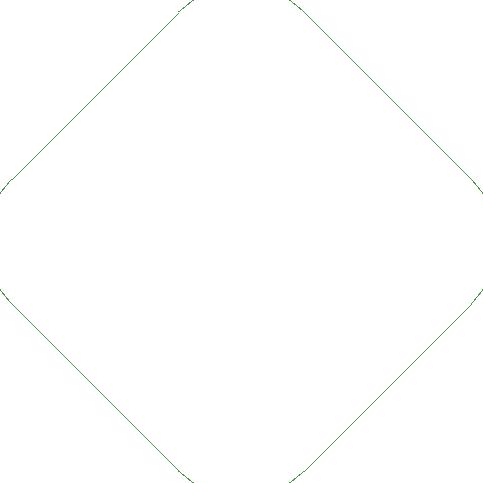
<source format=gbr>
%TF.GenerationSoftware,KiCad,Pcbnew,9.0.0*%
%TF.CreationDate,2025-06-23T16:23:01+09:00*%
%TF.ProjectId,pcb_connector_lan(outer),7063625f-636f-46e6-9e65-63746f725f6c,00*%
%TF.SameCoordinates,Original*%
%TF.FileFunction,Profile,NP*%
%FSLAX46Y46*%
G04 Gerber Fmt 4.6, Leading zero omitted, Abs format (unit mm)*
G04 Created by KiCad (PCBNEW 9.0.0) date 2025-06-23 16:23:01*
%MOMM*%
%LPD*%
G01*
G04 APERTURE LIST*
%TA.AperFunction,Profile*%
%ADD10C,0.050000*%
%TD*%
G04 APERTURE END LIST*
D10*
X52412425Y-46696727D02*
X38270307Y-60838845D01*
X63019015Y-85587553D02*
X77161135Y-71445435D01*
X38270305Y-71445435D02*
G75*
G02*
X38270305Y-60838845I5303295J5303295D01*
G01*
X38270305Y-71445435D02*
X52412425Y-85587555D01*
X77161135Y-60838847D02*
X63019015Y-46696725D01*
X77161135Y-60838845D02*
G75*
G02*
X77161135Y-71445435I-5303295J-5303295D01*
G01*
X52412425Y-46696725D02*
G75*
G02*
X63019015Y-46696725I5303295J-5303294D01*
G01*
X63019015Y-85587555D02*
G75*
G02*
X52412425Y-85587555I-5303295J5303294D01*
G01*
M02*

</source>
